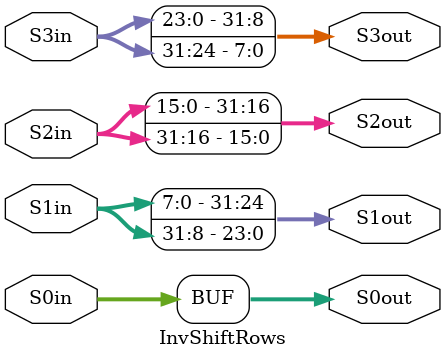
<source format=v>
module InvShiftRows (
	S0in, S1in, S2in, S3in,
	S0out, S1out, S2out, S3out
);

input [31:0] S0in, S1in, S2in, S3in;
output [31:0] S0out, S1out, S2out, S3out;

assign S0out = S0in;
assign S1out = {S1in[7:0],S1in[31:8]};
assign S2out = {S2in[15:0],S2in[31:16]};
assign S3out = {S3in[23:0],S3in[31:24]};

endmodule
</source>
